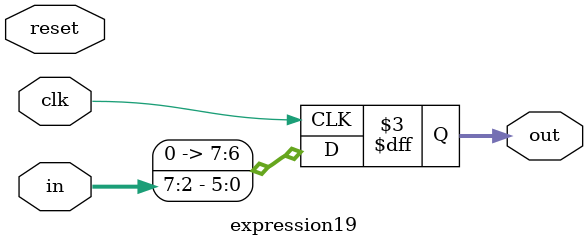
<source format=v>
module expression19
  #(parameter integer WIDTH = 8)
  (input wire             reset,
   input wire             clk,
   input wire [WIDTH-1:0] in,
   output reg [WIDTH-1:0] out);

   always @(posedge clk) out <= in >>> 2;

endmodule

</source>
